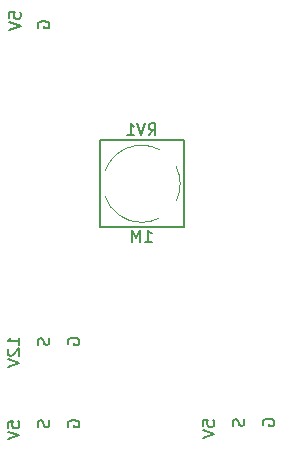
<source format=gbr>
%TF.GenerationSoftware,KiCad,Pcbnew,(6.0.7)*%
%TF.CreationDate,2023-03-19T23:02:41-05:00*%
%TF.ProjectId,Magic_Wand_Timer,4d616769-635f-4576-916e-645f54696d65,rev?*%
%TF.SameCoordinates,Original*%
%TF.FileFunction,Legend,Bot*%
%TF.FilePolarity,Positive*%
%FSLAX46Y46*%
G04 Gerber Fmt 4.6, Leading zero omitted, Abs format (unit mm)*
G04 Created by KiCad (PCBNEW (6.0.7)) date 2023-03-19 23:02:41*
%MOMM*%
%LPD*%
G01*
G04 APERTURE LIST*
%ADD10C,0.150000*%
%ADD11C,0.120000*%
G04 APERTURE END LIST*
D10*
X162814000Y-98806000D02*
X169926000Y-98806000D01*
X169926000Y-98806000D02*
X169926000Y-106172000D01*
X169926000Y-106172000D02*
X162814000Y-106172000D01*
X162814000Y-106172000D02*
X162814000Y-98806000D01*
X160155000Y-123070904D02*
X160107380Y-122975666D01*
X160107380Y-122832809D01*
X160155000Y-122689952D01*
X160250238Y-122594714D01*
X160345476Y-122547095D01*
X160535952Y-122499476D01*
X160678809Y-122499476D01*
X160869285Y-122547095D01*
X160964523Y-122594714D01*
X161059761Y-122689952D01*
X161107380Y-122832809D01*
X161107380Y-122928047D01*
X161059761Y-123070904D01*
X161012142Y-123118523D01*
X160678809Y-123118523D01*
X160678809Y-122928047D01*
X166655714Y-107386380D02*
X167227142Y-107386380D01*
X166941428Y-107386380D02*
X166941428Y-106386380D01*
X167036666Y-106529238D01*
X167131904Y-106624476D01*
X167227142Y-106672095D01*
X166227142Y-107386380D02*
X166227142Y-106386380D01*
X165893809Y-107100666D01*
X165560476Y-106386380D01*
X165560476Y-107386380D01*
X156027380Y-116093952D02*
X156027380Y-115522523D01*
X156027380Y-115808238D02*
X155027380Y-115808238D01*
X155170238Y-115713000D01*
X155265476Y-115617761D01*
X155313095Y-115522523D01*
X155122619Y-116474904D02*
X155075000Y-116522523D01*
X155027380Y-116617761D01*
X155027380Y-116855857D01*
X155075000Y-116951095D01*
X155122619Y-116998714D01*
X155217857Y-117046333D01*
X155313095Y-117046333D01*
X155455952Y-116998714D01*
X156027380Y-116427285D01*
X156027380Y-117046333D01*
X155027380Y-117332047D02*
X156027380Y-117665380D01*
X155027380Y-117998714D01*
X175029761Y-122396285D02*
X175077380Y-122539142D01*
X175077380Y-122777238D01*
X175029761Y-122872476D01*
X174982142Y-122920095D01*
X174886904Y-122967714D01*
X174791666Y-122967714D01*
X174696428Y-122920095D01*
X174648809Y-122872476D01*
X174601190Y-122777238D01*
X174553571Y-122586761D01*
X174505952Y-122491523D01*
X174458333Y-122443904D01*
X174363095Y-122396285D01*
X174267857Y-122396285D01*
X174172619Y-122443904D01*
X174125000Y-122491523D01*
X174077380Y-122586761D01*
X174077380Y-122824857D01*
X174125000Y-122967714D01*
X155027380Y-123126523D02*
X155027380Y-122650333D01*
X155503571Y-122602714D01*
X155455952Y-122650333D01*
X155408333Y-122745571D01*
X155408333Y-122983666D01*
X155455952Y-123078904D01*
X155503571Y-123126523D01*
X155598809Y-123174142D01*
X155836904Y-123174142D01*
X155932142Y-123126523D01*
X155979761Y-123078904D01*
X156027380Y-122983666D01*
X156027380Y-122745571D01*
X155979761Y-122650333D01*
X155932142Y-122602714D01*
X155027380Y-123459857D02*
X156027380Y-123793190D01*
X155027380Y-124126523D01*
X158519761Y-115538285D02*
X158567380Y-115681142D01*
X158567380Y-115919238D01*
X158519761Y-116014476D01*
X158472142Y-116062095D01*
X158376904Y-116109714D01*
X158281666Y-116109714D01*
X158186428Y-116062095D01*
X158138809Y-116014476D01*
X158091190Y-115919238D01*
X158043571Y-115728761D01*
X157995952Y-115633523D01*
X157948333Y-115585904D01*
X157853095Y-115538285D01*
X157757857Y-115538285D01*
X157662619Y-115585904D01*
X157615000Y-115633523D01*
X157567380Y-115728761D01*
X157567380Y-115966857D01*
X157615000Y-116109714D01*
X158519761Y-122523285D02*
X158567380Y-122666142D01*
X158567380Y-122904238D01*
X158519761Y-122999476D01*
X158472142Y-123047095D01*
X158376904Y-123094714D01*
X158281666Y-123094714D01*
X158186428Y-123047095D01*
X158138809Y-122999476D01*
X158091190Y-122904238D01*
X158043571Y-122713761D01*
X157995952Y-122618523D01*
X157948333Y-122570904D01*
X157853095Y-122523285D01*
X157757857Y-122523285D01*
X157662619Y-122570904D01*
X157615000Y-122618523D01*
X157567380Y-122713761D01*
X157567380Y-122951857D01*
X157615000Y-123094714D01*
X155154380Y-88455523D02*
X155154380Y-87979333D01*
X155630571Y-87931714D01*
X155582952Y-87979333D01*
X155535333Y-88074571D01*
X155535333Y-88312666D01*
X155582952Y-88407904D01*
X155630571Y-88455523D01*
X155725809Y-88503142D01*
X155963904Y-88503142D01*
X156059142Y-88455523D01*
X156106761Y-88407904D01*
X156154380Y-88312666D01*
X156154380Y-88074571D01*
X156106761Y-87979333D01*
X156059142Y-87931714D01*
X155154380Y-88788857D02*
X156154380Y-89122190D01*
X155154380Y-89455523D01*
X176665000Y-122943904D02*
X176617380Y-122848666D01*
X176617380Y-122705809D01*
X176665000Y-122562952D01*
X176760238Y-122467714D01*
X176855476Y-122420095D01*
X177045952Y-122372476D01*
X177188809Y-122372476D01*
X177379285Y-122420095D01*
X177474523Y-122467714D01*
X177569761Y-122562952D01*
X177617380Y-122705809D01*
X177617380Y-122801047D01*
X177569761Y-122943904D01*
X177522142Y-122991523D01*
X177188809Y-122991523D01*
X177188809Y-122801047D01*
X160155000Y-116085904D02*
X160107380Y-115990666D01*
X160107380Y-115847809D01*
X160155000Y-115704952D01*
X160250238Y-115609714D01*
X160345476Y-115562095D01*
X160535952Y-115514476D01*
X160678809Y-115514476D01*
X160869285Y-115562095D01*
X160964523Y-115609714D01*
X161059761Y-115704952D01*
X161107380Y-115847809D01*
X161107380Y-115943047D01*
X161059761Y-116085904D01*
X161012142Y-116133523D01*
X160678809Y-116133523D01*
X160678809Y-115943047D01*
X171537380Y-122999523D02*
X171537380Y-122523333D01*
X172013571Y-122475714D01*
X171965952Y-122523333D01*
X171918333Y-122618571D01*
X171918333Y-122856666D01*
X171965952Y-122951904D01*
X172013571Y-122999523D01*
X172108809Y-123047142D01*
X172346904Y-123047142D01*
X172442142Y-122999523D01*
X172489761Y-122951904D01*
X172537380Y-122856666D01*
X172537380Y-122618571D01*
X172489761Y-122523333D01*
X172442142Y-122475714D01*
X171537380Y-123332857D02*
X172537380Y-123666190D01*
X171537380Y-123999523D01*
X157615000Y-89288904D02*
X157567380Y-89193666D01*
X157567380Y-89050809D01*
X157615000Y-88907952D01*
X157710238Y-88812714D01*
X157805476Y-88765095D01*
X157995952Y-88717476D01*
X158138809Y-88717476D01*
X158329285Y-88765095D01*
X158424523Y-88812714D01*
X158519761Y-88907952D01*
X158567380Y-89050809D01*
X158567380Y-89146047D01*
X158519761Y-89288904D01*
X158472142Y-89336523D01*
X158138809Y-89336523D01*
X158138809Y-89146047D01*
%TO.C,RV1*%
X166965238Y-98381380D02*
X167298571Y-97905190D01*
X167536666Y-98381380D02*
X167536666Y-97381380D01*
X167155714Y-97381380D01*
X167060476Y-97429000D01*
X167012857Y-97476619D01*
X166965238Y-97571857D01*
X166965238Y-97714714D01*
X167012857Y-97809952D01*
X167060476Y-97857571D01*
X167155714Y-97905190D01*
X167536666Y-97905190D01*
X166679523Y-97381380D02*
X166346190Y-98381380D01*
X166012857Y-97381380D01*
X165155714Y-98381380D02*
X165727142Y-98381380D01*
X165441428Y-98381380D02*
X165441428Y-97381380D01*
X165536666Y-97524238D01*
X165631904Y-97619476D01*
X165727142Y-97667095D01*
D11*
X166313137Y-105759075D02*
G75*
G03*
X167855000Y-105403000I56863J3270075D01*
G01*
X167853968Y-99575171D02*
G75*
G03*
X163278000Y-101425000I-1483968J-2913829D01*
G01*
X163278154Y-103553608D02*
G75*
G03*
X166370000Y-105759000I3091846J1064608D01*
G01*
X169283387Y-103974202D02*
G75*
G03*
X169284000Y-101005000I-2913387J1485202D01*
G01*
%TD*%
M02*

</source>
